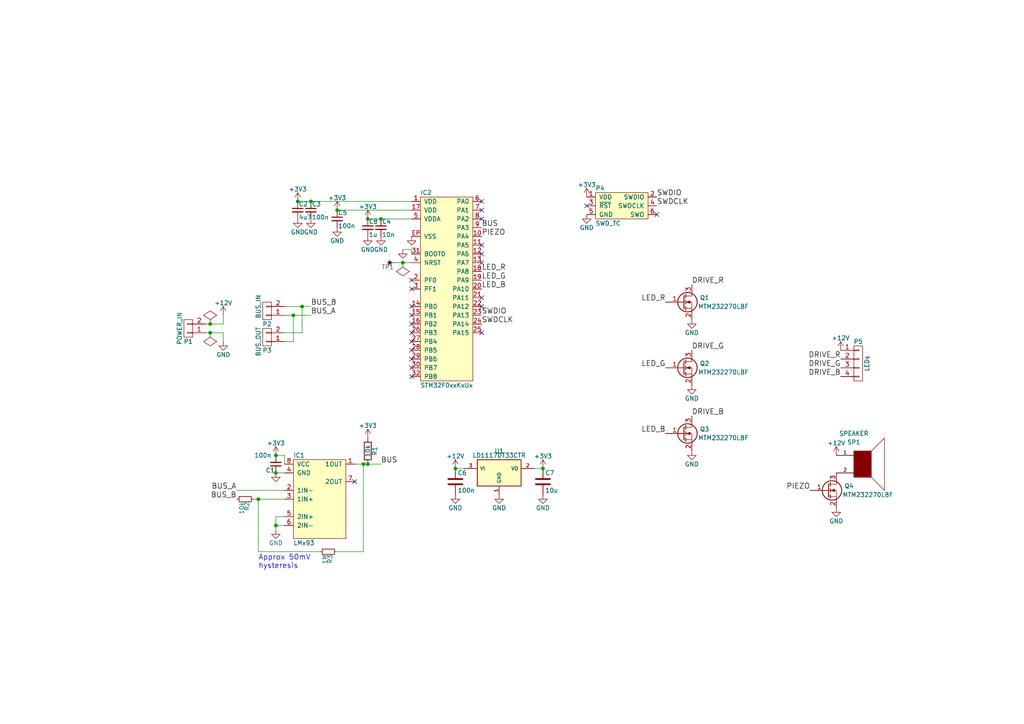
<source format=kicad_sch>
(kicad_sch (version 20230121) (generator eeschema)
  (paper "A4")
  (lib_symbols
    (symbol "pole-rescue:+12V" (power) (pin_names (offset 0))
      (property "Value" "+12V" (at 0 3.556 0))
      (symbol "+12V_0_1"
        (polyline (pts (xy -0.762 1.27) (xy 0 2.54)))
        (polyline (pts (xy 0 0) (xy 0 2.54)))
        (polyline (pts (xy 0 2.54) (xy 0.762 1.27)))
      )
      (symbol "+12V_1_1"
        (pin power_in line (at 0 0 90) (length 0) hide (name "+12V") (number "1"))
      )
    )
    (symbol "pole-rescue:+3V3" (power) (pin_names (offset 0))
      (property "Value" "+3V3" (at 0 3.556 0))
      (symbol "+3V3_0_1"
        (polyline (pts (xy -0.762 1.27) (xy 0 2.54)))
        (polyline (pts (xy 0 0) (xy 0 2.54)))
        (polyline (pts (xy 0 2.54) (xy 0.762 1.27)))
      )
      (symbol "+3V3_1_1"
        (pin power_in line (at 0 0 90) (length 0) hide (name "+3V3") (number "1"))
      )
    )
    (symbol "pole-rescue:C" (pin_numbers hide) (pin_names (offset 0.254))
      (property "Reference" "C" (at 0.635 2.54 0))
      (property "Value" "C" (at 0.635 -2.54 0))
      (symbol "C_0_1"
        (polyline (pts (xy -2.032 -0.762) (xy 2.032 -0.762)) (stroke (width 0.508)))
        (polyline (pts (xy -2.032 0.762) (xy 2.032 0.762)) (stroke (width 0.508)))
      )
      (symbol "C_1_1"
        (pin passive line (at 0 3.81 270) (length 2.794) (name "~") (number "1"))
        (pin passive line (at 0 -3.81 90) (length 2.794) (name "~") (number "2"))
      )
    )
    (symbol "pole-rescue:CONN_01X02" (pin_names (offset 1.016) hide)
      (property "Reference" "P" (at 0 3.81 0))
      (property "Value" "CONN_01X02" (at 2.54 0 90))
      (symbol "CONN_01X02_0_1"
        (rectangle (start -1.27 -1.143) (end 0.254 -1.397))
        (rectangle (start -1.27 1.397) (end 0.254 1.143))
        (rectangle (start -1.27 2.54) (end 1.27 -2.54))
      )
      (symbol "CONN_01X02_1_1"
        (pin passive line (at -5.08 1.27 0) (length 3.81) (name "P1") (number "1"))
        (pin passive line (at -5.08 -1.27 0) (length 3.81) (name "P2") (number "2"))
      )
    )
    (symbol "pole-rescue:CONN_01X04" (pin_names (offset 1.016) hide)
      (property "Reference" "P" (at 0 6.35 0))
      (property "Value" "CONN_01X04" (at 2.54 0 90))
      (symbol "CONN_01X04_0_1"
        (rectangle (start -1.27 -3.683) (end 0.254 -3.937))
        (rectangle (start -1.27 -1.143) (end 0.254 -1.397))
        (rectangle (start -1.27 1.397) (end 0.254 1.143))
        (rectangle (start -1.27 3.937) (end 0.254 3.683))
        (rectangle (start -1.27 5.08) (end 1.27 -5.08))
      )
      (symbol "CONN_01X04_1_1"
        (pin passive line (at -5.08 3.81 0) (length 3.81) (name "P1") (number "1"))
        (pin passive line (at -5.08 1.27 0) (length 3.81) (name "P2") (number "2"))
        (pin passive line (at -5.08 -1.27 0) (length 3.81) (name "P3") (number "3"))
        (pin passive line (at -5.08 -3.81 0) (length 3.81) (name "P4") (number "4"))
      )
    )
    (symbol "pole-rescue:C_Small" (pin_numbers hide) (pin_names (offset 0.254) hide)
      (property "Reference" "C" (at 0.254 1.778 0))
      (property "Value" "C_Small" (at 0.254 -2.032 0))
      (symbol "C_Small_0_1"
        (polyline (pts (xy -1.524 -0.508) (xy 1.524 -0.508)) (stroke (width 0.3302)))
        (polyline (pts (xy -1.524 0.508) (xy 1.524 0.508)) (stroke (width 0.3048)))
      )
      (symbol "C_Small_1_1"
        (pin passive line (at 0 2.54 270) (length 1.905) (name "~") (number "1"))
        (pin passive line (at 0 -2.54 90) (length 2.032) (name "~") (number "2"))
      )
    )
    (symbol "pole-rescue:GND" (power) (pin_names (offset 0))
      (property "Value" "GND" (at 0 -3.81 0))
      (symbol "GND_0_1"
        (polyline (pts (xy 0 0) (xy 0 -1.27) (xy 1.27 -1.27) (xy 0 -2.54) (xy -1.27 -1.27) (xy 0 -1.27)))
      )
      (symbol "GND_1_1"
        (pin power_in line (at 0 0 270) (length 0) hide (name "GND") (number "1"))
      )
    )
    (symbol "pole-rescue:LD1117S33TR" (pin_names (offset 0.762))
      (property "Reference" "U" (at 0 6.35 0))
      (property "Value" "LD1117S33TR" (at 0 5.08 0))
      (property "Footprint" "SOT-223" (at 0 2.54 0))
      (symbol "LD1117S33TR_0_1"
        (rectangle (start -6.35 -3.81) (end 6.35 3.81) (stroke (width 0.254)) (fill (type background)))
      )
      (symbol "LD1117S33TR_1_1"
        (pin power_in line (at 0 -6.35 90) (length 2.54) (name "GND") (number "1"))
        (pin power_out line (at 10.16 1.27 180) (length 3.81) (name "VO") (number "2"))
        (pin power_in line (at -10.16 1.27 0) (length 3.81) (name "VI") (number "3"))
      )
    )
    (symbol "pole-rescue:LMx93" (pin_names (offset 1.016))
      (property "Reference" "IC" (at -7.62 12.7 0))
      (property "Value" "LMx93" (at -7.62 -12.7 0))
      (symbol "LMx93_0_0"
        (pin output line (at 10.16 10.16 180) (length 2.54) (name "1OUT") (number "1"))
        (pin input line (at -10.16 2.54 0) (length 2.54) (name "1IN-") (number "2"))
        (pin input line (at -10.16 0 0) (length 2.54) (name "1IN+") (number "3"))
        (pin power_in line (at -10.16 7.62 0) (length 2.54) (name "GND") (number "4"))
        (pin input line (at -10.16 -5.08 0) (length 2.54) (name "2IN+") (number "5"))
        (pin input line (at -10.16 -7.62 0) (length 2.54) (name "2IN-") (number "6"))
        (pin output line (at 10.16 5.08 180) (length 2.54) (name "2OUT") (number "7"))
        (pin power_in line (at -10.16 10.16 0) (length 2.54) (name "VCC") (number "8"))
      )
      (symbol "LMx93_0_1"
        (rectangle (start -7.62 11.43) (end 7.62 -11.43) (fill (type background)))
      )
    )
    (symbol "pole-rescue:PWR_FLAG" (power) (pin_numbers hide) (pin_names (offset 0) hide)
      (property "Value" "PWR_FLAG" (at 0 4.572 0))
      (symbol "PWR_FLAG_0_0"
        (pin power_out line (at 0 0 90) (length 0) (name "pwr") (number "1"))
      )
      (symbol "PWR_FLAG_0_1"
        (polyline (pts (xy 0 0) (xy 0 1.27) (xy -1.905 2.54) (xy 0 3.81) (xy 1.905 2.54) (xy 0 1.27)))
      )
    )
    (symbol "pole-rescue:Q_NMOS_GSD" (pin_names (offset 0) hide)
      (property "Reference" "Q" (at 7.62 1.27 0))
      (property "Value" "Q_NMOS_GSD" (at 16.51 -1.27 0))
      (symbol "Q_NMOS_GSD_0_1"
        (polyline (pts (xy 0.762 -1.778) (xy 2.54 -1.778)))
        (polyline (pts (xy 0.762 -1.27) (xy 0.762 -2.286)) (stroke (width 0.254)))
        (polyline (pts (xy 0.762 0) (xy 2.54 0)))
        (polyline (pts (xy 0.762 0.508) (xy 0.762 -0.508)) (stroke (width 0.254)))
        (polyline (pts (xy 0.762 1.778) (xy 2.54 1.778)))
        (polyline (pts (xy 0.762 2.286) (xy 0.762 1.27)) (stroke (width 0.254)))
        (polyline (pts (xy 2.54 -1.778) (xy 2.54 -2.54)))
        (polyline (pts (xy 2.54 -1.778) (xy 2.54 0)))
        (polyline (pts (xy 2.54 2.54) (xy 2.54 1.778)))
        (polyline (pts (xy 0.254 1.905) (xy 0.254 -1.905) (xy 0.254 -1.905)) (stroke (width 0.254)))
        (polyline (pts (xy 1.016 0) (xy 2.032 0.381) (xy 2.032 -0.381) (xy 1.016 0)) (fill (type outline)))
        (circle (center 1.27 0) (radius 2.8194) (stroke (width 0.254)))
      )
      (symbol "Q_NMOS_GSD_1_1"
        (pin input line (at -5.08 0 0) (length 5.334) (name "G") (number "1"))
        (pin passive line (at 2.54 -5.08 90) (length 2.54) (name "S") (number "2"))
        (pin passive line (at 2.54 5.08 270) (length 2.54) (name "D") (number "3"))
      )
    )
    (symbol "pole-rescue:R" (pin_numbers hide) (pin_names (offset 0))
      (property "Reference" "R" (at 2.032 0 90))
      (property "Value" "R" (at 0 0 90))
      (symbol "R_0_1"
        (rectangle (start -1.016 -2.54) (end 1.016 2.54) (stroke (width 0.254)))
      )
      (symbol "R_1_1"
        (pin passive line (at 0 3.81 270) (length 1.27) (name "~") (number "1"))
        (pin passive line (at 0 -3.81 90) (length 1.27) (name "~") (number "2"))
      )
    )
    (symbol "pole-rescue:R_Small" (pin_numbers hide) (pin_names (offset 0.254) hide)
      (property "Reference" "R" (at 0.762 0.508 0))
      (property "Value" "R_Small" (at 0.762 -1.016 0))
      (symbol "R_Small_0_1"
        (rectangle (start -0.762 1.778) (end 0.762 -1.778) (stroke (width 0.2032)))
      )
      (symbol "R_Small_1_1"
        (pin passive line (at 0 2.54 270) (length 0.762) (name "~") (number "1"))
        (pin passive line (at 0 -2.54 90) (length 0.762) (name "~") (number "2"))
      )
    )
    (symbol "pole-rescue:SPEAKER" (pin_numbers hide) (pin_names (offset 0))
      (property "Reference" "SP" (at -2.54 6.35 0))
      (property "Value" "SPEAKER" (at -2.54 -6.35 0))
      (symbol "SPEAKER_0_0"
        (polyline (pts (xy 2.54 3.81) (xy 6.35 7.62) (xy 6.35 -7.62) (xy 2.54 -3.81)))
        (polyline (pts (xy -2.54 3.81) (xy 2.54 3.81) (xy 2.54 -3.81) (xy -2.54 -3.81) (xy -2.54 3.81)) (fill (type outline)))
      )
      (symbol "SPEAKER_1_1"
        (pin input line (at -7.62 2.54 0) (length 5.08) (name "1") (number "1"))
        (pin input line (at -7.62 -2.54 0) (length 5.08) (name "2") (number "2"))
      )
    )
    (symbol "pole-rescue:STM32F0xxKxUx" (pin_names (offset 1.016))
      (property "Reference" "IC" (at -7.62 27.94 0))
      (property "Value" "STM32F0xxKxUx" (at -7.62 -27.94 0))
      (symbol "STM32F0xxKxUx_0_0"
        (pin power_in line (at -10.16 25.4 0) (length 2.54) (name "VDD") (number "1"))
        (pin bidirectional line (at 10.16 15.24 180) (length 2.54) (name "PA4") (number "10"))
        (pin bidirectional line (at 10.16 12.7 180) (length 2.54) (name "PA5") (number "11"))
        (pin bidirectional line (at 10.16 10.16 180) (length 2.54) (name "PA6") (number "12"))
        (pin bidirectional line (at 10.16 7.62 180) (length 2.54) (name "PA7") (number "13"))
        (pin bidirectional line (at -10.16 -5.08 0) (length 2.54) (name "PB0") (number "14"))
        (pin bidirectional line (at -10.16 -7.62 0) (length 2.54) (name "PB1") (number "15"))
        (pin bidirectional line (at -10.16 -10.16 0) (length 2.54) (name "PB2") (number "16"))
        (pin power_in line (at -10.16 22.86 0) (length 2.54) (name "VDD") (number "17"))
        (pin bidirectional line (at 10.16 5.08 180) (length 2.54) (name "PA8") (number "18"))
        (pin bidirectional line (at 10.16 2.54 180) (length 2.54) (name "PA9") (number "19"))
        (pin bidirectional line (at -10.16 2.54 0) (length 2.54) (name "PF0") (number "2"))
        (pin bidirectional line (at 10.16 0 180) (length 2.54) (name "PA10") (number "20"))
        (pin bidirectional line (at 10.16 -2.54 180) (length 2.54) (name "PA11") (number "21"))
        (pin bidirectional line (at 10.16 -5.08 180) (length 2.54) (name "PA12") (number "22"))
        (pin bidirectional line (at 10.16 -7.62 180) (length 2.54) (name "PA13") (number "23"))
        (pin bidirectional line (at 10.16 -10.16 180) (length 2.54) (name "PA14") (number "24"))
        (pin bidirectional line (at 10.16 -12.7 180) (length 2.54) (name "PA15") (number "25"))
        (pin bidirectional line (at -10.16 -12.7 0) (length 2.54) (name "PB3") (number "26"))
        (pin bidirectional line (at -10.16 -15.24 0) (length 2.54) (name "PB4") (number "27"))
        (pin bidirectional line (at -10.16 -17.78 0) (length 2.54) (name "PB5") (number "28"))
        (pin bidirectional line (at -10.16 -20.32 0) (length 2.54) (name "PB6") (number "29"))
        (pin bidirectional line (at -10.16 0 0) (length 2.54) (name "PF1") (number "3"))
        (pin bidirectional line (at -10.16 -22.86 0) (length 2.54) (name "PB7") (number "30"))
        (pin input line (at -10.16 10.16 0) (length 2.54) (name "BOOT0") (number "31"))
        (pin bidirectional line (at -10.16 -25.4 0) (length 2.54) (name "PB8") (number "32"))
        (pin input line (at -10.16 7.62 0) (length 2.54) (name "NRST") (number "4"))
        (pin power_in line (at -10.16 20.32 0) (length 2.54) (name "VDDA") (number "5"))
        (pin bidirectional line (at 10.16 25.4 180) (length 2.54) (name "PA0") (number "6"))
        (pin bidirectional line (at 10.16 22.86 180) (length 2.54) (name "PA1") (number "7"))
        (pin bidirectional line (at 10.16 20.32 180) (length 2.54) (name "PA2") (number "8"))
        (pin bidirectional line (at 10.16 17.78 180) (length 2.54) (name "PA3") (number "9"))
        (pin power_in line (at -10.16 15.24 0) (length 2.54) (name "VSS") (number "EP"))
      )
      (symbol "STM32F0xxKxUx_0_1"
        (rectangle (start -7.62 26.67) (end 7.62 -26.67) (fill (type background)))
      )
    )
    (symbol "pole-rescue:SWD_TC" (pin_names (offset 1.016))
      (property "Reference" "P" (at -7.62 5.08 0))
      (property "Value" "SWD_TC" (at -7.62 -5.08 0))
      (symbol "SWD_TC_0_1"
        (rectangle (start -7.62 3.81) (end 7.62 -3.81) (fill (type background)))
      )
      (symbol "SWD_TC_1_1"
        (pin power_in line (at -10.16 2.54 0) (length 2.54) (name "VDD") (number "1"))
        (pin bidirectional line (at 10.16 2.54 180) (length 2.54) (name "SWDIO") (number "2"))
        (pin output line (at -10.16 0 0) (length 2.54) (name "~{RST}") (number "3"))
        (pin output line (at 10.16 0 180) (length 2.54) (name "SWDCLK") (number "4"))
        (pin power_in line (at -10.16 -2.54 0) (length 2.54) (name "GND") (number "5"))
        (pin input line (at 10.16 -2.54 180) (length 2.54) (name "SWO") (number "6"))
      )
    )
    (symbol "pole-rescue:TESTPAD" (pin_numbers hide) (pin_names (offset 1.016) hide)
      (property "Reference" "TP" (at 0 1.27 0))
      (symbol "TESTPAD_0_1"
        (circle (center 1.27 0) (radius 0.127))
        (circle (center 1.27 0) (radius 0.254))
        (circle (center 1.27 0) (radius 0.381))
        (circle (center 1.27 0) (radius 0.508))
      )
      (symbol "TESTPAD_1_1"
        (pin input line (at 0 0 0) (length 1.27) (name "TP") (number "1"))
      )
    )
  )
  (junction (at 80.01 132.08))
  (junction (at 80.01 152.4))
  (junction (at 85.09 91.44))
  (junction (at 132.08 135.89))
  (junction (at 105.41 134.62))
  (junction (at 116.84 76.2))
  (junction (at 60.96 93.98))
  (junction (at 80.01 137.16))
  (junction (at 90.17 58.42))
  (junction (at 60.96 96.52))
  (junction (at 87.63 88.9))
  (junction (at 110.49 63.5))
  (junction (at 86.36 58.42))
  (junction (at 106.68 134.62))
  (junction (at 74.93 144.78))
  (junction (at 97.79 60.96))
  (junction (at 106.68 63.5))
  (junction (at 157.48 135.89))
  (no_connect (at 119.38 83.82))
  (no_connect (at 190.5 62.23))
  (no_connect (at 119.38 104.14))
  (no_connect (at 119.38 91.44))
  (no_connect (at 119.38 101.6))
  (no_connect (at 119.38 99.06))
  (no_connect (at 102.87 139.7))
  (no_connect (at 139.7 96.52))
  (no_connect (at 139.7 88.9))
  (no_connect (at 119.38 106.68))
  (no_connect (at 139.7 60.96))
  (no_connect (at 119.38 93.98))
  (no_connect (at 139.7 58.42))
  (no_connect (at 119.38 96.52))
  (no_connect (at 119.38 109.22))
  (no_connect (at 139.7 73.66))
  (no_connect (at 139.7 71.12))
  (no_connect (at 139.7 63.5))
  (no_connect (at 139.7 86.36))
  (no_connect (at 170.18 59.69))
  (no_connect (at 119.38 88.9))
  (no_connect (at 139.7 76.2))
  (no_connect (at 119.38 81.28))
  (wire (pts (xy 87.63 88.9) (xy 87.63 96.52)))
  (wire (pts (xy 86.36 58.42) (xy 90.17 58.42)))
  (wire (pts (xy 68.58 142.24) (xy 82.55 142.24)))
  (wire (pts (xy 80.01 152.4) (xy 80.01 153.67)))
  (wire (pts (xy 110.49 63.5) (xy 119.38 63.5)))
  (wire (pts (xy 119.38 72.39) (xy 119.38 73.66)))
  (wire (pts (xy 82.55 152.4) (xy 80.01 152.4)))
  (wire (pts (xy 80.01 137.16) (xy 82.55 137.16)))
  (wire (pts (xy 60.96 96.52) (xy 64.77 96.52)))
  (wire (pts (xy 82.55 149.86) (xy 80.01 149.86)))
  (wire (pts (xy 87.63 96.52) (xy 82.55 96.52)))
  (wire (pts (xy 82.55 88.9) (xy 87.63 88.9)))
  (wire (pts (xy 59.69 96.52) (xy 60.96 96.52)))
  (wire (pts (xy 105.41 160.02) (xy 97.79 160.02)))
  (wire (pts (xy 74.93 160.02) (xy 92.71 160.02)))
  (wire (pts (xy 80.01 132.08) (xy 82.55 132.08)))
  (wire (pts (xy 116.84 76.2) (xy 119.38 76.2)))
  (wire (pts (xy 74.93 144.78) (xy 82.55 144.78)))
  (wire (pts (xy 106.68 63.5) (xy 110.49 63.5)))
  (wire (pts (xy 90.17 58.42) (xy 119.38 58.42)))
  (wire (pts (xy 105.41 134.62) (xy 106.68 134.62)))
  (wire (pts (xy 82.55 91.44) (xy 85.09 91.44)))
  (wire (pts (xy 114.3 76.2) (xy 116.84 76.2)))
  (wire (pts (xy 85.09 91.44) (xy 90.17 91.44)))
  (wire (pts (xy 73.66 144.78) (xy 74.93 144.78)))
  (wire (pts (xy 74.93 144.78) (xy 74.93 160.02)))
  (wire (pts (xy 59.69 93.98) (xy 60.96 93.98)))
  (wire (pts (xy 105.41 134.62) (xy 105.41 160.02)))
  (wire (pts (xy 116.84 72.39) (xy 119.38 72.39)))
  (wire (pts (xy 64.77 96.52) (xy 64.77 99.06)))
  (wire (pts (xy 64.77 93.98) (xy 64.77 91.44)))
  (wire (pts (xy 157.48 135.89) (xy 154.94 135.89)))
  (wire (pts (xy 85.09 99.06) (xy 82.55 99.06)))
  (wire (pts (xy 132.08 135.89) (xy 134.62 135.89)))
  (wire (pts (xy 85.09 91.44) (xy 85.09 99.06)))
  (wire (pts (xy 82.55 132.08) (xy 82.55 134.62)))
  (wire (pts (xy 102.87 134.62) (xy 105.41 134.62)))
  (wire (pts (xy 80.01 149.86) (xy 80.01 152.4)))
  (wire (pts (xy 97.79 60.96) (xy 119.38 60.96)))
  (wire (pts (xy 60.96 93.98) (xy 64.77 93.98)))
  (wire (pts (xy 87.63 88.9) (xy 90.17 88.9)))
  (wire (pts (xy 106.68 134.62) (xy 110.49 134.62)))
  (text "Approx 50mV\nhysteresis" (at 74.93 165.1 0) (effects (font (size 1.524 1.524)) (justify left bottom)))
  (label "LED_R" (at 139.7 78.74 0) (effects (font (size 1.524 1.524))))
  (label "BUS_B" (at 90.17 88.9 0) (effects (font (size 1.524 1.524))))
  (label "LED_G" (at 139.7 81.28 0) (effects (font (size 1.524 1.524))))
  (label "SWDIO" (at 139.7 91.44 0) (effects (font (size 1.524 1.524))))
  (label "PIEZO" (at 139.7 68.58 0) (effects (font (size 1.524 1.524))))
  (label "SWDCLK" (at 190.5 59.69 0) (effects (font (size 1.524 1.524))))
  (label "LED_G" (at 193.04 106.68 180) (effects (font (size 1.524 1.524))))
  (label "PIEZO" (at 234.95 142.24 180) (effects (font (size 1.524 1.524))))
  (label "BUS_B" (at 68.58 144.78 180) (effects (font (size 1.524 1.524))))
  (label "BUS" (at 139.7 66.04 0) (effects (font (size 1.524 1.524))))
  (label "DRIVE_R" (at 200.66 82.55 0) (effects (font (size 1.524 1.524))))
  (label "DRIVE_G" (at 243.84 106.68 180) (effects (font (size 1.524 1.524))))
  (label "LED_B" (at 193.04 125.73 180) (effects (font (size 1.524 1.524))))
  (label "BUS_A" (at 90.17 91.44 0) (effects (font (size 1.524 1.524))))
  (label "DRIVE_B" (at 243.84 109.22 180) (effects (font (size 1.524 1.524))))
  (label "DRIVE_R" (at 243.84 104.14 180) (effects (font (size 1.524 1.524))))
  (label "DRIVE_B" (at 200.66 120.65 0) (effects (font (size 1.524 1.524))))
  (label "LED_R" (at 193.04 87.63 180) (effects (font (size 1.524 1.524))))
  (label "LED_B" (at 139.7 83.82 0) (effects (font (size 1.524 1.524))))
  (label "SWDIO" (at 190.5 57.15 0) (effects (font (size 1.524 1.524))))
  (label "BUS_A" (at 68.58 142.24 180) (effects (font (size 1.524 1.524))))
  (label "BUS" (at 110.49 134.62 0) (effects (font (size 1.524 1.524))))
  (label "SWDCLK" (at 139.7 93.98 0) (effects (font (size 1.524 1.524))))
  (label "DRIVE_G" (at 200.66 101.6 0) (effects (font (size 1.524 1.524))))
  (symbol (lib_id "pole-rescue:LMx93") (at 92.71 144.78 0) (unit 1)
    (property "Reference" "IC1" (at 85.09 132.08 0) (effects (justify left)))
    (property "Value" "LMx93" (at 85.09 157.48 0) (effects (justify left)))
    (property "Footprint" "agg:SOIC-8" (effects hide))
    (property "Datasheet" "http://www.ti.com/lit/ds/symlink/lm393.pdf" (effects hide))
    (property "Farnell" "2342314" (effects hide))
  )
  (symbol (lib_id "pole-rescue:SWD_TC") (at 180.34 59.69 0) (unit 1)
    (property "Reference" "P4" (at 172.72 54.61 0) (effects (justify left)))
    (property "Value" "SWD_TC" (at 172.72 64.77 0) (effects (justify left)))
    (property "Footprint" "agg:TC2030-NL" (effects hide))
  )
  (symbol (lib_id "pole-rescue:CONN_01X02") (at 54.61 95.25 180) (unit 1)
    (property "Reference" "P1" (at 54.61 99.06 0))
    (property "Value" "POWER_IN" (at 52.07 95.25 90))
    (property "Footprint" "thegrid:minipow_edge" (effects hide))
    (property "Farnell" "CN18779" (effects hide))
  )
  (symbol (lib_id "pole-rescue:CONN_01X02") (at 77.47 90.17 180) (unit 1)
    (property "Reference" "P2" (at 77.47 93.98 0))
    (property "Value" "BUS_IN" (at 74.93 88.9 90))
    (property "Footprint" "agg:S02B-PASK-2" (effects hide))
    (property "Farnell" "1830747" (effects hide))
  )
  (symbol (lib_id "pole-rescue:CONN_01X04") (at 248.92 105.41 0) (unit 1)
    (property "Reference" "P5" (at 248.92 99.06 0))
    (property "Value" "LEDs" (at 251.46 105.41 90))
    (property "Footprint" "Pin_Headers:Pin_Header_Straight_1x04" (effects hide))
  )
  (symbol (lib_id "pole-rescue:GND") (at 64.77 99.06 0) (unit 1)
    (property "Reference" "#PWR01" (effects hide))
    (property "Value" "GND" (at 64.77 102.87 0))
  )
  (symbol (lib_id "pole-rescue:+12V") (at 64.77 91.44 0) (unit 1)
    (property "Reference" "#PWR02" (effects hide))
    (property "Value" "+12V" (at 64.77 87.884 0))
  )
  (symbol (lib_id "pole-rescue:PWR_FLAG") (at 60.96 93.98 0) (unit 1)
    (property "Reference" "#FLG03" (effects hide))
    (property "Value" "PWR_FLAG" (effects hide))
  )
  (symbol (lib_id "pole-rescue:PWR_FLAG") (at 60.96 96.52 180) (unit 1)
    (property "Reference" "#FLG04" (effects hide))
    (property "Value" "PWR_FLAG" (effects hide))
  )
  (symbol (lib_id "pole-rescue:CONN_01X02") (at 77.47 97.79 180) (unit 1)
    (property "Reference" "P3" (at 77.47 101.6 0))
    (property "Value" "BUS_OUT" (at 74.93 99.06 90))
    (property "Footprint" "agg:S02B-PASK-2" (effects hide))
    (property "Farnell" "1830747" (effects hide))
  )
  (symbol (lib_id "pole-rescue:GND") (at 80.01 153.67 0) (unit 1)
    (property "Reference" "#PWR05" (effects hide))
    (property "Value" "GND" (at 80.01 157.48 0))
  )
  (symbol (lib_id "pole-rescue:+3V3") (at 80.01 132.08 0) (unit 1)
    (property "Reference" "#PWR06" (effects hide))
    (property "Value" "+3V3" (at 80.01 128.524 0))
  )
  (symbol (lib_id "pole-rescue:GND") (at 80.01 137.16 0) (unit 1)
    (property "Reference" "#PWR07" (effects hide))
    (property "Value" "GND" (effects hide))
  )
  (symbol (lib_id "pole-rescue:C_Small") (at 80.01 134.62 180) (unit 1)
    (property "Reference" "C1" (at 79.756 136.398 0) (effects (justify left)))
    (property "Value" "100n" (at 78.74 132.08 0) (effects (justify left)))
    (property "Footprint" "agg:0603" (effects hide))
    (property "Farnell" "2496833" (effects hide))
  )
  (symbol (lib_id "pole-rescue:GND") (at 170.18 62.23 0) (unit 1)
    (property "Reference" "#PWR08" (effects hide))
    (property "Value" "GND" (at 170.18 66.04 0))
  )
  (symbol (lib_id "pole-rescue:+3V3") (at 170.18 57.15 0) (unit 1)
    (property "Reference" "#PWR09" (effects hide))
    (property "Value" "+3V3" (at 170.18 53.594 0))
  )
  (symbol (lib_id "pole-rescue:C_Small") (at 90.17 60.96 0) (unit 1)
    (property "Reference" "C3" (at 90.424 59.182 0) (effects (justify left)))
    (property "Value" "100n" (at 90.424 62.992 0) (effects (justify left)))
    (property "Footprint" "agg:0603" (effects hide))
    (property "Farnell" "2496833" (effects hide))
  )
  (symbol (lib_id "pole-rescue:C_Small") (at 86.36 60.96 0) (unit 1)
    (property "Reference" "C2" (at 86.614 59.182 0) (effects (justify left)))
    (property "Value" "4u7" (at 86.614 62.992 0) (effects (justify left)))
    (property "Footprint" "agg:0603" (effects hide))
    (property "Farnell" "2496930" (effects hide))
  )
  (symbol (lib_id "pole-rescue:C_Small") (at 110.49 66.04 0) (unit 1)
    (property "Reference" "C4" (at 110.744 64.262 0) (effects (justify left)))
    (property "Value" "10n" (at 110.744 68.072 0) (effects (justify left)))
    (property "Footprint" "agg:0603" (effects hide))
    (property "Farnell" "2496826" (effects hide))
  )
  (symbol (lib_id "pole-rescue:+12V") (at 243.84 101.6 0) (unit 1)
    (property "Reference" "#PWR010" (effects hide))
    (property "Value" "+12V" (at 243.84 98.044 0))
  )
  (symbol (lib_id "pole-rescue:GND") (at 200.66 92.71 0) (unit 1)
    (property "Reference" "#PWR011" (effects hide))
    (property "Value" "GND" (at 200.66 96.52 0))
  )
  (symbol (lib_id "pole-rescue:GND") (at 200.66 111.76 0) (unit 1)
    (property "Reference" "#PWR012" (effects hide))
    (property "Value" "GND" (at 200.66 115.57 0))
  )
  (symbol (lib_id "pole-rescue:GND") (at 200.66 130.81 0) (unit 1)
    (property "Reference" "#PWR013" (effects hide))
    (property "Value" "GND" (at 200.66 134.62 0))
  )
  (symbol (lib_id "pole-rescue:GND") (at 242.57 147.32 0) (unit 1)
    (property "Reference" "#PWR014" (effects hide))
    (property "Value" "GND" (at 242.57 151.13 0))
  )
  (symbol (lib_id "pole-rescue:SPEAKER") (at 250.19 134.62 0) (unit 1)
    (property "Reference" "SP1" (at 247.65 128.27 0))
    (property "Value" "SPEAKER" (at 247.65 125.73 0))
    (property "Footprint" "thegrid:piezo" (effects hide))
    (property "Datasheet" "http://www.farnell.com/datasheets/579045.pdf" (effects hide))
    (property "Farnell" "1823866" (effects hide))
  )
  (symbol (lib_id "pole-rescue:+12V") (at 242.57 132.08 0) (unit 1)
    (property "Reference" "#PWR015" (effects hide))
    (property "Value" "+12V" (at 242.57 128.524 0))
  )
  (symbol (lib_id "pole-rescue:R") (at 106.68 130.81 0) (unit 1)
    (property "Reference" "R1" (at 108.712 130.81 90))
    (property "Value" "10k" (at 106.68 130.81 90))
    (property "Footprint" "agg:0603" (effects hide))
    (property "Farnell" "9330399" (effects hide))
  )
  (symbol (lib_id "pole-rescue:+3V3") (at 106.68 127 0) (unit 1)
    (property "Reference" "#PWR016" (effects hide))
    (property "Value" "+3V3" (at 106.68 123.444 0))
  )
  (symbol (lib_id "pole-rescue:LD1117S33TR") (at 144.78 137.16 0) (unit 1)
    (property "Reference" "U1" (at 144.78 130.81 0))
    (property "Value" "LD1117DT33CTR" (at 144.78 132.08 0))
    (property "Footprint" "thegrid:TO-252-3" (effects hide))
    (property "Datasheet" "http://www.farnell.com/datasheets/93498.pdf" (effects hide))
    (property "Farnell" "2296040" (effects hide))
  )
  (symbol (lib_id "pole-rescue:+12V") (at 132.08 135.89 0) (unit 1)
    (property "Reference" "#PWR017" (effects hide))
    (property "Value" "+12V" (at 132.08 132.334 0))
  )
  (symbol (lib_id "pole-rescue:C") (at 132.08 139.7 0) (unit 1)
    (property "Reference" "C6" (at 132.715 137.16 0) (effects (justify left)))
    (property "Value" "100n" (at 132.715 142.24 0) (effects (justify left)))
    (property "Footprint" "agg:0603" (effects hide))
    (property "Farnell" "2496833" (effects hide))
  )
  (symbol (lib_id "pole-rescue:GND") (at 132.08 143.51 0) (unit 1)
    (property "Reference" "#PWR018" (effects hide))
    (property "Value" "GND" (at 132.08 147.32 0))
  )
  (symbol (lib_id "pole-rescue:+3V3") (at 157.48 135.89 0) (unit 1)
    (property "Reference" "#PWR019" (effects hide))
    (property "Value" "+3V3" (at 157.48 132.334 0))
  )
  (symbol (lib_id "pole-rescue:C") (at 157.48 139.7 0) (unit 1)
    (property "Reference" "C7" (at 158.115 137.16 0) (effects (justify left)))
    (property "Value" "10u" (at 158.115 142.24 0) (effects (justify left)))
    (property "Footprint" "agg:0603" (effects hide))
    (property "Farnell" "2494233" (effects hide))
  )
  (symbol (lib_id "pole-rescue:GND") (at 157.48 143.51 0) (unit 1)
    (property "Reference" "#PWR020" (effects hide))
    (property "Value" "GND" (at 157.48 147.32 0))
  )
  (symbol (lib_id "pole-rescue:GND") (at 144.78 143.51 0) (unit 1)
    (property "Reference" "#PWR021" (effects hide))
    (property "Value" "GND" (at 144.78 147.32 0))
  )
  (symbol (lib_id "pole-rescue:Q_NMOS_GSD") (at 198.12 87.63 0) (unit 1)
    (property "Reference" "Q1" (at 205.74 86.36 0) (effects (justify right)))
    (property "Value" "MTM232270LBF" (at 217.17 88.9 0) (effects (justify right)))
    (property "Footprint" "agg:SOT-323" (effects hide))
    (property "Datasheet" "http://www.farnell.com/datasheets/1916063.pdf" (effects hide))
    (property "Farnell" "2284077" (effects hide))
  )
  (symbol (lib_id "pole-rescue:Q_NMOS_GSD") (at 198.12 106.68 0) (unit 1)
    (property "Reference" "Q2" (at 205.74 105.41 0) (effects (justify right)))
    (property "Value" "MTM232270LBF" (at 217.17 107.95 0) (effects (justify right)))
    (property "Footprint" "agg:SOT-323" (effects hide))
    (property "Datasheet" "http://www.farnell.com/datasheets/1916063.pdf" (effects hide))
    (property "Farnell" "2284077" (effects hide))
  )
  (symbol (lib_id "pole-rescue:Q_NMOS_GSD") (at 198.12 125.73 0) (unit 1)
    (property "Reference" "Q3" (at 205.74 124.46 0) (effects (justify right)))
    (property "Value" "MTM232270LBF" (at 217.17 127 0) (effects (justify right)))
    (property "Footprint" "agg:SOT-323" (effects hide))
    (property "Datasheet" "http://www.farnell.com/datasheets/1916063.pdf" (effects hide))
    (property "Farnell" "2284077" (effects hide))
  )
  (symbol (lib_id "pole-rescue:Q_NMOS_GSD") (at 240.03 142.24 0) (unit 1)
    (property "Reference" "Q4" (at 247.65 140.97 0) (effects (justify right)))
    (property "Value" "MTM232270LBF" (at 259.08 143.51 0) (effects (justify right)))
    (property "Footprint" "agg:SOT-323" (effects hide))
    (property "Datasheet" "http://www.farnell.com/datasheets/1916063.pdf" (effects hide))
    (property "Farnell" "2284077" (effects hide))
  )
  (symbol (lib_id "pole-rescue:GND") (at 116.84 72.39 0) (unit 1)
    (property "Reference" "#PWR022" (effects hide))
    (property "Value" "GND" (effects hide))
  )
  (symbol (lib_id "pole-rescue:STM32F0xxKxUx") (at 129.54 83.82 0) (unit 1)
    (property "Reference" "IC2" (at 121.92 55.88 0) (effects (justify left)))
    (property "Value" "STM32F0xxKxUx" (at 121.92 111.76 0) (effects (justify left)))
    (property "Footprint" "agg:QFN-32-EP-ST" (effects hide))
    (property "Datasheet" "http://www.st.com/st-web-ui/static/active/en/resource/technical/document/datasheet/DM00039193.pdf" (effects hide))
    (property "Farnell" "2393639" (effects hide))
  )
  (symbol (lib_id "pole-rescue:GND") (at 119.38 68.58 0) (unit 1)
    (property "Reference" "#PWR023" (effects hide))
    (property "Value" "GND" (effects hide))
  )
  (symbol (lib_id "pole-rescue:C_Small") (at 106.68 66.04 0) (unit 1)
    (property "Reference" "C8" (at 106.934 64.262 0) (effects (justify left)))
    (property "Value" "1u" (at 106.934 68.072 0) (effects (justify left)))
    (property "Footprint" "agg:0603" (effects hide))
    (property "Farnell" "2496916" (effects hide))
  )
  (symbol (lib_id "pole-rescue:GND") (at 106.68 68.58 0) (unit 1)
    (property "Reference" "#PWR024" (effects hide))
    (property "Value" "GND" (at 106.68 72.39 0))
  )
  (symbol (lib_id "pole-rescue:GND") (at 110.49 68.58 0) (unit 1)
    (property "Reference" "#PWR025" (effects hide))
    (property "Value" "GND" (at 110.49 72.39 0))
  )
  (symbol (lib_id "pole-rescue:C_Small") (at 97.79 63.5 0) (unit 1)
    (property "Reference" "C5" (at 98.044 61.722 0) (effects (justify left)))
    (property "Value" "100n" (at 98.044 65.532 0) (effects (justify left)))
    (property "Footprint" "agg:0603" (effects hide))
    (property "Farnell" "2496833" (effects hide))
  )
  (symbol (lib_id "pole-rescue:GND") (at 97.79 66.04 0) (unit 1)
    (property "Reference" "#PWR026" (effects hide))
    (property "Value" "GND" (at 97.79 69.85 0))
  )
  (symbol (lib_id "pole-rescue:GND") (at 86.36 63.5 0) (unit 1)
    (property "Reference" "#PWR027" (effects hide))
    (property "Value" "GND" (at 86.36 67.31 0))
  )
  (symbol (lib_id "pole-rescue:GND") (at 90.17 63.5 0) (unit 1)
    (property "Reference" "#PWR028" (effects hide))
    (property "Value" "GND" (at 90.17 67.31 0))
  )
  (symbol (lib_id "pole-rescue:+3V3") (at 106.68 63.5 0) (unit 1)
    (property "Reference" "#PWR029" (effects hide))
    (property "Value" "+3V3" (at 106.68 59.944 0))
  )
  (symbol (lib_id "pole-rescue:+3V3") (at 97.79 60.96 0) (unit 1)
    (property "Reference" "#PWR030" (effects hide))
    (property "Value" "+3V3" (at 97.79 57.404 0))
  )
  (symbol (lib_id "pole-rescue:+3V3") (at 86.36 58.42 0) (unit 1)
    (property "Reference" "#PWR031" (effects hide))
    (property "Value" "+3V3" (at 86.36 54.864 0))
  )
  (symbol (lib_id "pole-rescue:TESTPAD") (at 114.3 76.2 180) (unit 1)
    (property "Reference" "TP1" (at 114.3 77.47 0) (effects (justify left)))
    (property "Value" "RST" (effects hide))
    (property "Footprint" "agg:TESTPAD" (effects hide))
  )
  (symbol (lib_id "pole-rescue:R_Small") (at 71.12 144.78 270) (unit 1)
    (property "Reference" "R2" (at 71.628 145.542 0) (effects (justify left)))
    (property "Value" "10k" (at 70.104 145.542 0) (effects (justify left)))
    (property "Footprint" "agg:0603" (effects hide))
    (property "Farnell" "9330399" (effects hide))
  )
  (symbol (lib_id "pole-rescue:R_Small") (at 95.25 160.02 270) (unit 1)
    (property "Reference" "R3" (at 95.758 160.782 0) (effects (justify left)))
    (property "Value" "1M" (at 94.234 160.782 0) (effects (justify left)))
    (property "Footprint" "agg:0603" (effects hide))
    (property "Farnell" "9330410" (effects hide))
  )
  (symbol (lib_id "pole-rescue:PWR_FLAG") (at 116.84 76.2 180) (unit 1)
    (property "Reference" "#FLG032" (effects hide))
    (property "Value" "PWR_FLAG" (effects hide))
  )
)
</source>
